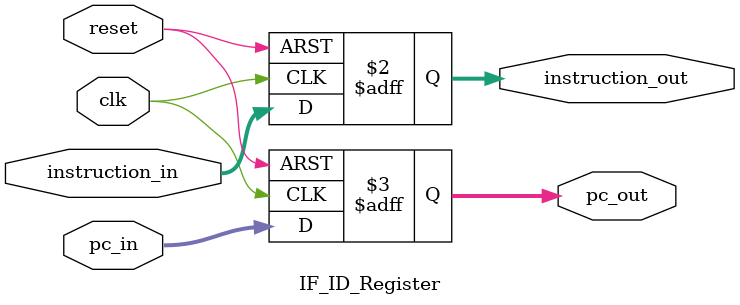
<source format=v>
module IF_ID_Register (
	input clk,
	input reset,
	// Inputs from IF
	input [15:0] instruction_in,			// Instruction
	input [2:0] pc_in,						// PC 
	// Outputs to ID
	output reg [15:0] instruction_out,	// Instruction 
	output reg [2:0] pc_out					// PC 
);
	always @(posedge clk or posedge reset) begin
		if (reset) begin
			instruction_out <= 16'b0;
			pc_out <= 3'b0;
		end else begin
			instruction_out <= instruction_in;
			pc_out <= pc_in;
		end
	end
endmodule

</source>
